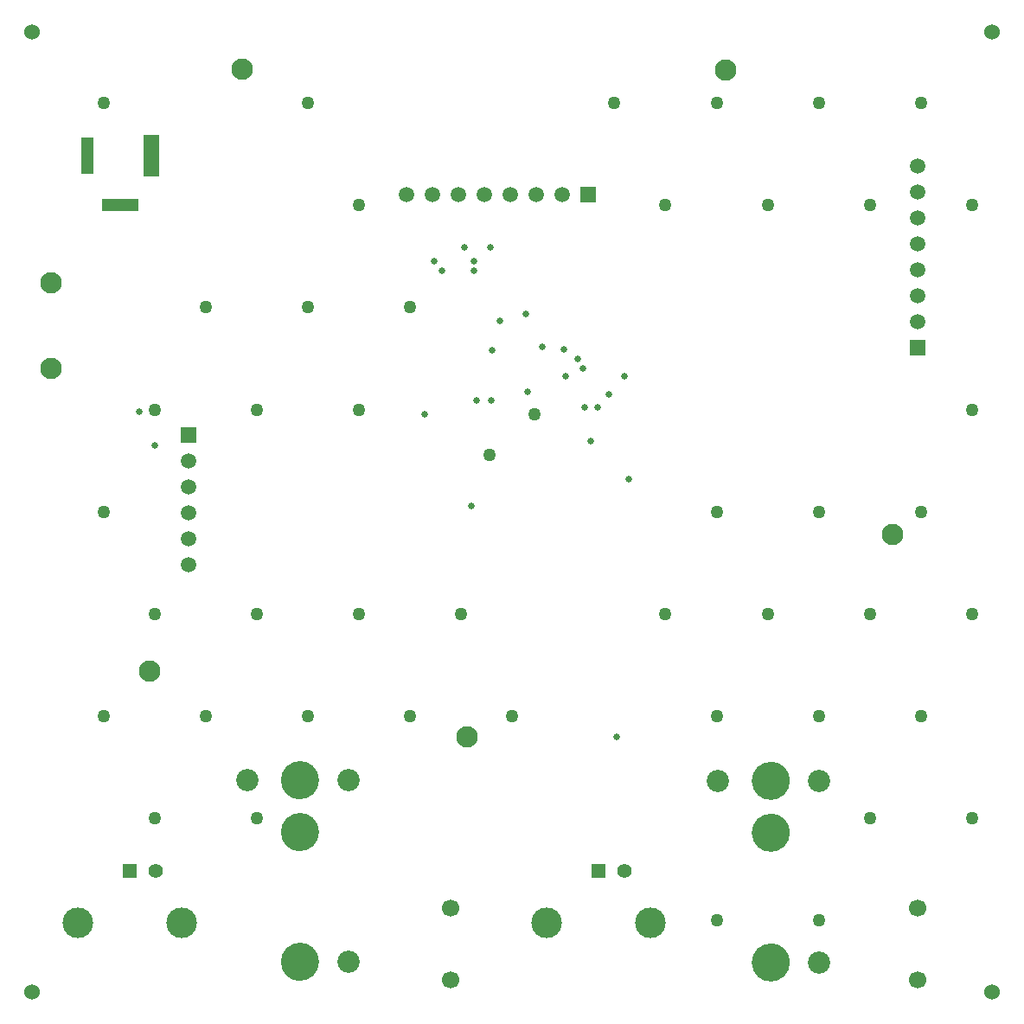
<source format=gbr>
%TF.GenerationSoftware,Altium Limited,Altium Designer,22.7.1 (60)*%
G04 Layer_Color=16711935*
%FSLAX43Y43*%
%MOMM*%
%TF.SameCoordinates,58151787-F571-4420-9806-9522EC8286B3*%
%TF.FilePolarity,Negative*%
%TF.FileFunction,Soldermask,Bot*%
%TF.Part,Single*%
G01*
G75*
%TA.AperFunction,ComponentPad*%
%ADD30R,1.300X3.550*%
%ADD31C,2.100*%
%ADD32R,3.550X1.300*%
%ADD33R,1.550X4.100*%
%TA.AperFunction,ViaPad*%
%ADD34C,1.524*%
%TA.AperFunction,ComponentPad*%
%ADD35C,3.251*%
%ADD36C,2.172*%
%ADD37C,1.700*%
%ADD38R,1.500X1.500*%
%ADD39C,1.500*%
%ADD40R,1.500X1.500*%
%ADD41C,3.000*%
%ADD42C,1.398*%
%ADD43R,1.398X1.398*%
%TA.AperFunction,ViaPad*%
%ADD44C,1.270*%
%ADD45C,0.650*%
%TA.AperFunction,NonConductor*%
%ADD46C,1.880*%
D30*
X8382Y84863D02*
D03*
D31*
X4826Y72408D02*
D03*
Y64008D02*
D03*
X45593Y27940D02*
D03*
X14478Y34417D02*
D03*
X87249Y47752D02*
D03*
X70866Y93218D02*
D03*
X23566Y93345D02*
D03*
D32*
X11632Y80063D02*
D03*
D33*
X14632Y84863D02*
D03*
D34*
X97000Y3000D02*
D03*
X3000D02*
D03*
X97000Y97000D02*
D03*
X3000D02*
D03*
D35*
X29210Y5934D02*
D03*
Y18634D02*
D03*
Y23714D02*
D03*
X75311Y23652D02*
D03*
Y18572D02*
D03*
Y5872D02*
D03*
D36*
X33960Y5934D02*
D03*
Y23714D02*
D03*
X24054D02*
D03*
X70155Y23652D02*
D03*
X80061D02*
D03*
Y5872D02*
D03*
D37*
X43937Y4191D02*
D03*
Y11191D02*
D03*
X89662Y11156D02*
D03*
Y4156D02*
D03*
D38*
X57404Y81026D02*
D03*
D39*
X54864D02*
D03*
X52324D02*
D03*
X49784D02*
D03*
X47244D02*
D03*
X44704D02*
D03*
X42164D02*
D03*
X39624D02*
D03*
X18288Y44831D02*
D03*
Y47371D02*
D03*
Y49911D02*
D03*
Y52451D02*
D03*
Y54991D02*
D03*
X89662Y83820D02*
D03*
Y81280D02*
D03*
Y78740D02*
D03*
Y76200D02*
D03*
Y73660D02*
D03*
Y71120D02*
D03*
Y68580D02*
D03*
D40*
X18288Y57531D02*
D03*
X89662Y66040D02*
D03*
D41*
X63500Y9735D02*
D03*
X53340D02*
D03*
X17653Y9753D02*
D03*
X7493D02*
D03*
D42*
X60960Y14815D02*
D03*
X15113Y14833D02*
D03*
D43*
X58420Y14815D02*
D03*
X12573Y14833D02*
D03*
D44*
X47797Y55535D02*
D03*
X52193Y59535D02*
D03*
X90000Y90000D02*
D03*
X95000Y80000D02*
D03*
Y60000D02*
D03*
X90000Y50000D02*
D03*
X95000Y40000D02*
D03*
X90000Y30000D02*
D03*
X95000Y20000D02*
D03*
X80000Y90000D02*
D03*
X85000Y80000D02*
D03*
X80000Y50000D02*
D03*
X85000Y40000D02*
D03*
X80000Y30000D02*
D03*
X85000Y20000D02*
D03*
X80000Y10000D02*
D03*
X70000Y90000D02*
D03*
X75000Y80000D02*
D03*
X70000Y50000D02*
D03*
X75000Y40000D02*
D03*
X70000Y30000D02*
D03*
Y10000D02*
D03*
X60000Y90000D02*
D03*
X65000Y80000D02*
D03*
Y40000D02*
D03*
X50000Y30000D02*
D03*
X40000Y70000D02*
D03*
X45000Y40000D02*
D03*
X40000Y30000D02*
D03*
X30000Y90000D02*
D03*
X35000Y80000D02*
D03*
X30000Y70000D02*
D03*
X35000Y60000D02*
D03*
Y40000D02*
D03*
X30000Y30000D02*
D03*
X20000Y70000D02*
D03*
X25000Y60000D02*
D03*
Y40000D02*
D03*
X20000Y30000D02*
D03*
X25000Y20000D02*
D03*
X10000Y90000D02*
D03*
X15000Y60000D02*
D03*
X10000Y50000D02*
D03*
X15000Y40000D02*
D03*
X10000Y30000D02*
D03*
X15000Y20000D02*
D03*
D45*
X48764Y68710D02*
D03*
X51304Y69370D02*
D03*
X41452Y59575D02*
D03*
X60239Y27940D02*
D03*
X55232Y63233D02*
D03*
X60972D02*
D03*
X43118Y73571D02*
D03*
X46224D02*
D03*
X48034Y65814D02*
D03*
X47898Y60896D02*
D03*
X46534D02*
D03*
X42354Y74510D02*
D03*
X46224D02*
D03*
X56896Y64008D02*
D03*
X56400Y64960D02*
D03*
X51534Y61745D02*
D03*
X59435Y61480D02*
D03*
X55054Y65874D02*
D03*
X58390Y60250D02*
D03*
X57061Y60185D02*
D03*
X52895Y66179D02*
D03*
X61379Y53174D02*
D03*
X57645Y56908D02*
D03*
X46034Y50533D02*
D03*
X45300Y75907D02*
D03*
X47840D02*
D03*
X14973Y56502D02*
D03*
X13480Y59799D02*
D03*
D46*
X30150Y5934D02*
G03*
X30150Y5934I-940J0D01*
G01*
Y23714D02*
G03*
X30150Y23714I-940J0D01*
G01*
Y18634D02*
G03*
X30150Y18634I-940J0D01*
G01*
X76251Y18572D02*
G03*
X76251Y18572I-940J0D01*
G01*
Y23652D02*
G03*
X76251Y23652I-940J0D01*
G01*
Y5872D02*
G03*
X76251Y5872I-940J0D01*
G01*
%TF.MD5,d6a10653bf7e697e24c802b564179693*%
M02*

</source>
